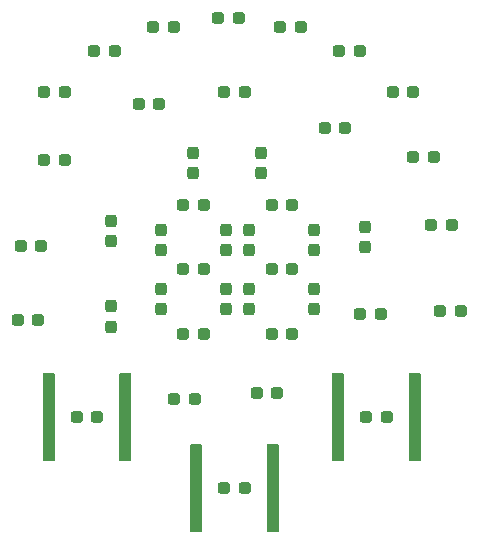
<source format=gbr>
%TF.GenerationSoftware,KiCad,Pcbnew,8.0.5*%
%TF.CreationDate,2025-04-26T14:04:23+02:00*%
%TF.ProjectId,vlvts_top,766c7674-735f-4746-9f70-2e6b69636164,rev?*%
%TF.SameCoordinates,Original*%
%TF.FileFunction,Paste,Bot*%
%TF.FilePolarity,Positive*%
%FSLAX46Y46*%
G04 Gerber Fmt 4.6, Leading zero omitted, Abs format (unit mm)*
G04 Created by KiCad (PCBNEW 8.0.5) date 2025-04-26 14:04:23*
%MOMM*%
%LPD*%
G01*
G04 APERTURE LIST*
G04 Aperture macros list*
%AMRoundRect*
0 Rectangle with rounded corners*
0 $1 Rounding radius*
0 $2 $3 $4 $5 $6 $7 $8 $9 X,Y pos of 4 corners*
0 Add a 4 corners polygon primitive as box body*
4,1,4,$2,$3,$4,$5,$6,$7,$8,$9,$2,$3,0*
0 Add four circle primitives for the rounded corners*
1,1,$1+$1,$2,$3*
1,1,$1+$1,$4,$5*
1,1,$1+$1,$6,$7*
1,1,$1+$1,$8,$9*
0 Add four rect primitives between the rounded corners*
20,1,$1+$1,$2,$3,$4,$5,0*
20,1,$1+$1,$4,$5,$6,$7,0*
20,1,$1+$1,$6,$7,$8,$9,0*
20,1,$1+$1,$8,$9,$2,$3,0*%
G04 Aperture macros list end*
%ADD10RoundRect,0.237500X0.287500X0.237500X-0.287500X0.237500X-0.287500X-0.237500X0.287500X-0.237500X0*%
%ADD11RoundRect,0.237500X-0.237500X0.287500X-0.237500X-0.287500X0.237500X-0.287500X0.237500X0.287500X0*%
%ADD12RoundRect,0.237500X0.237500X-0.287500X0.237500X0.287500X-0.237500X0.287500X-0.237500X-0.287500X0*%
G04 APERTURE END LIST*
D10*
%TO.C,D31*%
X98625000Y-103750000D03*
X96875000Y-103750000D03*
%TD*%
D11*
%TO.C,D29*%
X76000000Y-90375000D03*
X76000000Y-92125000D03*
%TD*%
D10*
%TO.C,D40*%
X67875000Y-112750000D03*
X66125000Y-112750000D03*
%TD*%
%TO.C,D7*%
X76875000Y-94750000D03*
X75125000Y-94750000D03*
%TD*%
%TO.C,D3*%
X84375000Y-100250000D03*
X82625000Y-100250000D03*
%TD*%
%TO.C,D35*%
X62875000Y-104500000D03*
X61125000Y-104500000D03*
%TD*%
%TO.C,D38*%
X92375000Y-112750000D03*
X90625000Y-112750000D03*
%TD*%
%TO.C,D34*%
X63125000Y-98250000D03*
X61375000Y-98250000D03*
%TD*%
%TO.C,D10*%
X76875000Y-100250000D03*
X75125000Y-100250000D03*
%TD*%
D11*
%TO.C,D4*%
X86250000Y-101875000D03*
X86250000Y-103625000D03*
%TD*%
D12*
%TO.C,D5*%
X80750000Y-103625000D03*
X80750000Y-101875000D03*
%TD*%
D10*
%TO.C,D30*%
X65125000Y-91000000D03*
X63375000Y-91000000D03*
%TD*%
%TO.C,D18*%
X85125000Y-79750000D03*
X83375000Y-79750000D03*
%TD*%
%TO.C,D13*%
X76875000Y-105750000D03*
X75125000Y-105750000D03*
%TD*%
D11*
%TO.C,D32*%
X90500000Y-96625000D03*
X90500000Y-98375000D03*
%TD*%
D10*
%TO.C,D24*%
X80375000Y-85250000D03*
X78625000Y-85250000D03*
%TD*%
D11*
%TO.C,D14*%
X69000000Y-96125000D03*
X69000000Y-97875000D03*
%TD*%
D10*
%TO.C,D19*%
X79875000Y-79000000D03*
X78125000Y-79000000D03*
%TD*%
%TO.C,D26*%
X96375000Y-90750000D03*
X94625000Y-90750000D03*
%TD*%
D11*
%TO.C,D8*%
X78750000Y-96875000D03*
X78750000Y-98625000D03*
%TD*%
%TO.C,D2*%
X80750000Y-96875000D03*
X80750000Y-98625000D03*
%TD*%
D10*
%TO.C,D16*%
X94625000Y-85250000D03*
X92875000Y-85250000D03*
%TD*%
%TO.C,D33*%
X91875000Y-104000000D03*
X90125000Y-104000000D03*
%TD*%
%TO.C,D36*%
X83125000Y-110750000D03*
X81375000Y-110750000D03*
%TD*%
%TO.C,D39*%
X80375000Y-118750000D03*
X78625000Y-118750000D03*
%TD*%
%TO.C,D37*%
X76125000Y-111250000D03*
X74375000Y-111250000D03*
%TD*%
D11*
%TO.C,D9*%
X73250000Y-96875000D03*
X73250000Y-98625000D03*
%TD*%
%TO.C,D28*%
X81750000Y-90375000D03*
X81750000Y-92125000D03*
%TD*%
D10*
%TO.C,D25*%
X73125000Y-86250000D03*
X71375000Y-86250000D03*
%TD*%
D11*
%TO.C,D1*%
X86250000Y-96875000D03*
X86250000Y-98625000D03*
%TD*%
D10*
%TO.C,D21*%
X69375000Y-81750000D03*
X67625000Y-81750000D03*
%TD*%
%TO.C,D6*%
X84375000Y-105750000D03*
X82625000Y-105750000D03*
%TD*%
D11*
%TO.C,D12*%
X73250000Y-101875000D03*
X73250000Y-103625000D03*
%TD*%
D10*
%TO.C,D0*%
X84375000Y-94750000D03*
X82625000Y-94750000D03*
%TD*%
D12*
%TO.C,D11*%
X78750000Y-103625000D03*
X78750000Y-101875000D03*
%TD*%
D11*
%TO.C,D15*%
X69000000Y-103375000D03*
X69000000Y-105125000D03*
%TD*%
D10*
%TO.C,D22*%
X65125000Y-85250000D03*
X63375000Y-85250000D03*
%TD*%
%TO.C,D27*%
X97875000Y-96500000D03*
X96125000Y-96500000D03*
%TD*%
%TO.C,D17*%
X90125000Y-81750000D03*
X88375000Y-81750000D03*
%TD*%
%TO.C,D23*%
X88875000Y-88250000D03*
X87125000Y-88250000D03*
%TD*%
%TO.C,D20*%
X74375000Y-79750000D03*
X72625000Y-79750000D03*
%TD*%
G36*
X95192121Y-109020002D02*
G01*
X95238614Y-109073658D01*
X95250000Y-109126000D01*
X95250000Y-116374000D01*
X95229998Y-116442121D01*
X95176342Y-116488614D01*
X95124000Y-116500000D01*
X94376000Y-116500000D01*
X94307879Y-116479998D01*
X94261386Y-116426342D01*
X94250000Y-116374000D01*
X94250000Y-109126000D01*
X94270002Y-109057879D01*
X94323658Y-109011386D01*
X94376000Y-109000000D01*
X95124000Y-109000000D01*
X95192121Y-109020002D01*
G37*
G36*
X64192121Y-109020002D02*
G01*
X64238614Y-109073658D01*
X64250000Y-109126000D01*
X64250000Y-116374000D01*
X64229998Y-116442121D01*
X64176342Y-116488614D01*
X64124000Y-116500000D01*
X63376000Y-116500000D01*
X63307879Y-116479998D01*
X63261386Y-116426342D01*
X63250000Y-116374000D01*
X63250000Y-109126000D01*
X63270002Y-109057879D01*
X63323658Y-109011386D01*
X63376000Y-109000000D01*
X64124000Y-109000000D01*
X64192121Y-109020002D01*
G37*
G36*
X83192121Y-115020002D02*
G01*
X83238614Y-115073658D01*
X83250000Y-115126000D01*
X83250000Y-122374000D01*
X83229998Y-122442121D01*
X83176342Y-122488614D01*
X83124000Y-122500000D01*
X82376000Y-122500000D01*
X82307879Y-122479998D01*
X82261386Y-122426342D01*
X82250000Y-122374000D01*
X82250000Y-115126000D01*
X82270002Y-115057879D01*
X82323658Y-115011386D01*
X82376000Y-115000000D01*
X83124000Y-115000000D01*
X83192121Y-115020002D01*
G37*
G36*
X88692121Y-109020002D02*
G01*
X88738614Y-109073658D01*
X88750000Y-109126000D01*
X88750000Y-116374000D01*
X88729998Y-116442121D01*
X88676342Y-116488614D01*
X88624000Y-116500000D01*
X87876000Y-116500000D01*
X87807879Y-116479998D01*
X87761386Y-116426342D01*
X87750000Y-116374000D01*
X87750000Y-109126000D01*
X87770002Y-109057879D01*
X87823658Y-109011386D01*
X87876000Y-109000000D01*
X88624000Y-109000000D01*
X88692121Y-109020002D01*
G37*
G36*
X76692121Y-115020002D02*
G01*
X76738614Y-115073658D01*
X76750000Y-115126000D01*
X76750000Y-122374000D01*
X76729998Y-122442121D01*
X76676342Y-122488614D01*
X76624000Y-122500000D01*
X75876000Y-122500000D01*
X75807879Y-122479998D01*
X75761386Y-122426342D01*
X75750000Y-122374000D01*
X75750000Y-115126000D01*
X75770002Y-115057879D01*
X75823658Y-115011386D01*
X75876000Y-115000000D01*
X76624000Y-115000000D01*
X76692121Y-115020002D01*
G37*
G36*
X70692121Y-109020002D02*
G01*
X70738614Y-109073658D01*
X70750000Y-109126000D01*
X70750000Y-116374000D01*
X70729998Y-116442121D01*
X70676342Y-116488614D01*
X70624000Y-116500000D01*
X69876000Y-116500000D01*
X69807879Y-116479998D01*
X69761386Y-116426342D01*
X69750000Y-116374000D01*
X69750000Y-109126000D01*
X69770002Y-109057879D01*
X69823658Y-109011386D01*
X69876000Y-109000000D01*
X70624000Y-109000000D01*
X70692121Y-109020002D01*
G37*
M02*

</source>
